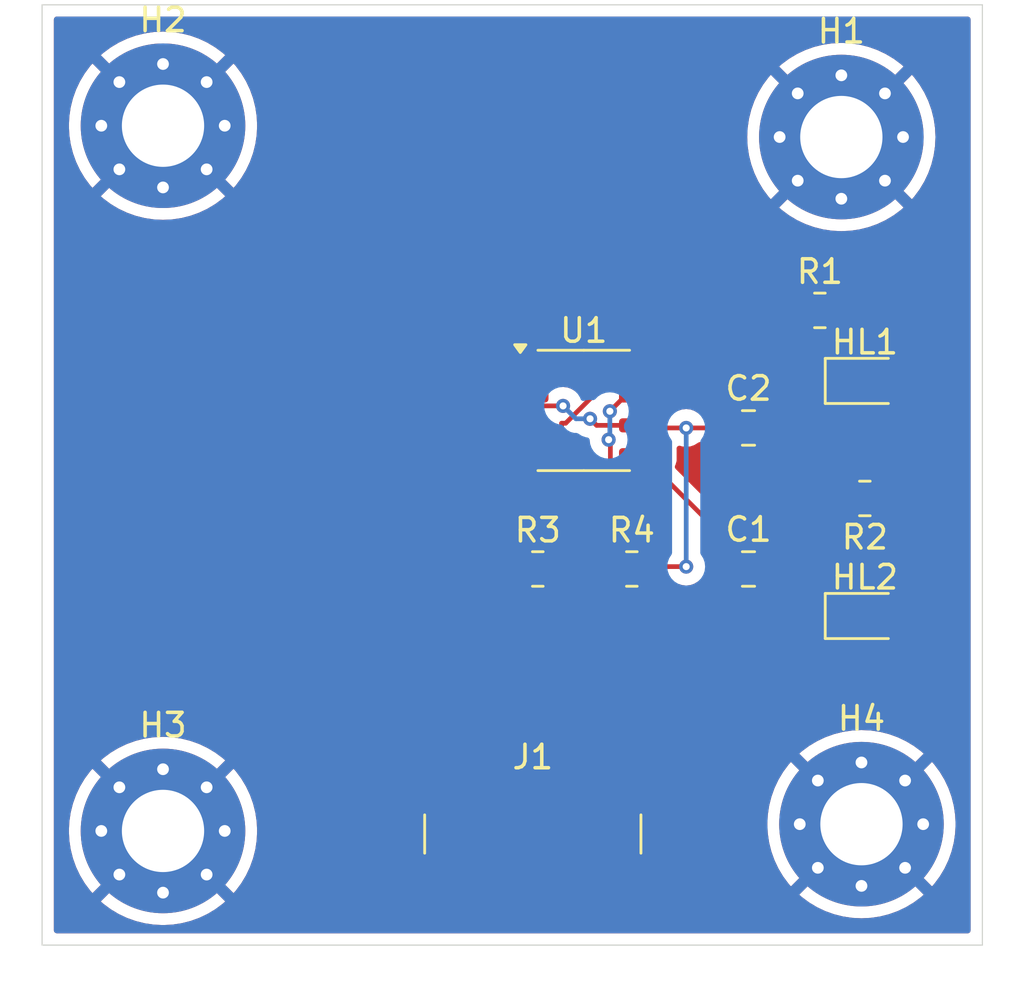
<source format=kicad_pcb>
(kicad_pcb (version 20240108) (generator "pcbnew") (generator_version "8.0")
  (layers (0 "F.Cu" signal) (31 "B.Cu" signal) (34 "B.Paste" user) (35 "F.Paste" user) (36 "B.SilkS" user "B.Silkscreen") (37 "F.SilkS" user "F.Silkscreen") (38 "B.Mask" user) (39 "F.Mask" user) (44 "Edge.Cuts" user))
  (net 0 "")
  (net 1 "Net-(U1-CV)")
  (net 2 "Net-(U1-THR)")
  (net 3 "Net-(HL1-K)")
  (net 4 "Net-(HL1-A)")
  (net 5 "Net-(HL2-K)")
  (net 6 "Net-(U1-DIS)")
  (net 7 "GND")
  (net 8 "+5V")
  (footprint "Resistor_SMD:R_0805_2012Metric" (layer "F.Cu") (at 158.0875 94)
    (property "Reference" "R3" (at 0 -1.65 0) (layer "F.SilkS"))
    (property "Value" "68k")
    (fp_line (start -0.227064 -0.735) (end 0.227064 -0.735) (stroke (width 0.12)) (layer "F.SilkS"))
    (fp_line (start -0.227064 0.735) (end 0.227064 0.735) (stroke (width 0.12)) (layer "F.SilkS"))
    (pad "1" smd roundrect (at -0.9125 0) (size 1.025 1.4) (layers "F.Cu" "F.Paste" "F.Mask") (roundrect_rratio 0.243902) (net 8 "+5V"))
    (pad "2" smd roundrect (at 0.9125 0) (size 1.025 1.4) (layers "F.Cu" "F.Paste" "F.Mask") (roundrect_rratio 0.243902) (net 6 "Net-(U1-DIS)"))
  )
  (footprint "LED_SMD:LED_0805_2012Metric" (layer "F.Cu") (at 172 96)
    (property "Reference" "HL2" (at 0 -1.65 0) (layer "F.SilkS"))
    (property "Value" "LED")
    (fp_line (start -1.685 -0.96) (end -1.685 0.96) (stroke (width 0.12)) (layer "F.SilkS"))
    (fp_line (start -1.685 0.96) (end 1 0.96) (stroke (width 0.12)) (layer "F.SilkS"))
    (fp_line (start 1 -0.96) (end -1.685 -0.96) (stroke (width 0.12)) (layer "F.SilkS"))
    (pad "1" smd roundrect (at -0.9375 0) (size 0.975 1.4) (layers "F.Cu" "F.Paste" "F.Mask") (net 5 "Net-(HL2-K)"))
    (pad "2" smd roundrect (at 0.9375 0) (size 0.975 1.4) (layers "F.Cu" "F.Paste" "F.Mask") (net 7 "GND"))
  )
  (footprint "Resistor_SMD:R_0805_2012Metric" (layer "F.Cu") (at 170.0875 83)
    (property "Reference" "R1" (at 0 -1.65 0) (layer "F.SilkS"))
    (property "Value" "300")
    (fp_line (start -0.227064 -0.735) (end 0.227064 -0.735) (stroke (width 0.12)) (layer "F.SilkS"))
    (fp_line (start -0.227064 0.735) (end 0.227064 0.735) (stroke (width 0.12)) (layer "F.SilkS"))
    (pad "1" smd roundrect (at -0.9125 0) (size 1.025 1.4) (layers "F.Cu" "F.Paste" "F.Mask") (roundrect_rratio 0.243902) (net 8 "+5V"))
    (pad "2" smd roundrect (at 0.9125 0) (size 1.025 1.4) (layers "F.Cu" "F.Paste" "F.Mask") (roundrect_rratio 0.243902) (net 3 "Net-(HL1-K)"))
  )
  (footprint "MountingHole:MountingHole_3.5mm_Pad_Via" (layer "F.Cu") (at 171 75.625)
    (property "Reference" "H1" (at 0 -4.5 0) (layer "F.SilkS"))
    (property "Value" "MountingHole_Pad")
    (pad "1" thru_hole circle (at -2.625 0) (size 0.8 0.8) (drill 0.5) (layers "*.Cu" "*.Mask") (net 7 "GND"))
    (pad "1" thru_hole circle (at -1.856155 -1.856155) (size 0.8 0.8) (drill 0.5) (layers "*.Cu" "*.Mask") (net 7 "GND"))
    (pad "1" thru_hole circle (at -1.856155 1.856155) (size 0.8 0.8) (drill 0.5) (layers "*.Cu" "*.Mask") (net 7 "GND"))
    (pad "1" thru_hole circle (at 0 -2.625) (size 0.8 0.8) (drill 0.5) (layers "*.Cu" "*.Mask") (net 7 "GND"))
    (pad "1" thru_hole circle (at 0 0) (size 7 7) (drill 3.5) (layers "*.Cu" "*.Mask") (net 7 "GND"))
    (pad "1" thru_hole circle (at 0 2.625) (size 0.8 0.8) (drill 0.5) (layers "*.Cu" "*.Mask") (net 7 "GND"))
    (pad "1" thru_hole circle (at 1.856155 -1.856155) (size 0.8 0.8) (drill 0.5) (layers "*.Cu" "*.Mask") (net 7 "GND"))
    (pad "1" thru_hole circle (at 1.856155 1.856155) (size 0.8 0.8) (drill 0.5) (layers "*.Cu" "*.Mask") (net 7 "GND"))
    (pad "1" thru_hole circle (at 2.625 0) (size 0.8 0.8) (drill 0.5) (layers "*.Cu" "*.Mask") (net 7 "GND"))
  )
  (footprint "Capacitor_SMD:C_0805_2012Metric" (layer "F.Cu") (at 167.05 94)
    (property "Reference" "C1" (at 0 -1.68 0) (layer "F.SilkS"))
    (property "Value" "10n")
    (fp_line (start -0.261252 -0.735) (end 0.261252 -0.735) (stroke (width 0.12)) (layer "F.SilkS"))
    (fp_line (start -0.261252 0.735) (end 0.261252 0.735) (stroke (width 0.12)) (layer "F.SilkS"))
    (pad "1" smd roundrect (at -0.95 0) (size 1 1.45) (layers "F.Cu" "F.Paste" "F.Mask") (net 1 "Net-(U1-CV)"))
    (pad "2" smd roundrect (at 0.95 0) (size 1 1.45) (layers "F.Cu" "F.Paste" "F.Mask") (net 7 "GND"))
  )
  (footprint "MountingHole:MountingHole_3.5mm_Pad_Via" (layer "F.Cu") (at 142.143845 105.143845)
    (property "Reference" "H3" (at 0 -4.5 0) (layer "F.SilkS"))
    (property "Value" "MountingHole_Pad")
    (pad "1" thru_hole circle (at -2.625 0) (size 0.8 0.8) (drill 0.5) (layers "*.Cu" "*.Mask") (net 7 "GND"))
    (pad "1" thru_hole circle (at -1.856155 -1.856155) (size 0.8 0.8) (drill 0.5) (layers "*.Cu" "*.Mask") (net 7 "GND"))
    (pad "1" thru_hole circle (at -1.856155 1.856155) (size 0.8 0.8) (drill 0.5) (layers "*.Cu" "*.Mask") (net 7 "GND"))
    (pad "1" thru_hole circle (at 0 -2.625) (size 0.8 0.8) (drill 0.5) (layers "*.Cu" "*.Mask") (net 7 "GND"))
    (pad "1" thru_hole circle (at 0 0) (size 7 7) (drill 3.5) (layers "*.Cu" "*.Mask") (net 7 "GND"))
    (pad "1" thru_hole circle (at 0 2.625) (size 0.8 0.8) (drill 0.5) (layers "*.Cu" "*.Mask") (net 7 "GND"))
    (pad "1" thru_hole circle (at 1.856155 -1.856155) (size 0.8 0.8) (drill 0.5) (layers "*.Cu" "*.Mask") (net 7 "GND"))
    (pad "1" thru_hole circle (at 1.856155 1.856155) (size 0.8 0.8) (drill 0.5) (layers "*.Cu" "*.Mask") (net 7 "GND"))
    (pad "1" thru_hole circle (at 2.625 0) (size 0.8 0.8) (drill 0.5) (layers "*.Cu" "*.Mask") (net 7 "GND"))
  )
  (footprint "Package_SO:SOIC-8_3.9x4.9mm_P1.27mm" (layer "F.Cu") (at 160.0425 87.255)
    (property "Reference" "U1" (at 0 -3.4 0) (layer "F.SilkS"))
    (property "Value" "LM555xM")
    (fp_line (start 0 -2.56) (end -1.95 -2.56) (stroke (width 0.12)) (layer "F.SilkS"))
    (fp_line (start 0 -2.56) (end 1.95 -2.56) (stroke (width 0.12)) (layer "F.SilkS"))
    (fp_line (start 0 2.56) (end -1.95 2.56) (stroke (width 0.12)) (layer "F.SilkS"))
    (fp_line (start 0 2.56) (end 1.95 2.56) (stroke (width 0.12)) (layer "F.SilkS"))
    (fp_poly (pts (xy -2.7 -2.465) (xy -2.94 -2.795) (xy -2.46 -2.795) (xy -2.7 -2.465)) (stroke (width 0.12)) (fill solid) (layer "F.SilkS"))
    (pad "1" smd roundrect (at -2.475 -1.905) (size 1.95 0.6) (layers "F.Cu" "F.Paste" "F.Mask") (net 7 "GND"))
    (pad "2" smd roundrect (at -2.475 -0.635) (size 1.95 0.6) (layers "F.Cu" "F.Paste" "F.Mask") (net 2 "Net-(U1-THR)"))
    (pad "3" smd roundrect (at -2.475 0.635) (size 1.95 0.6) (layers "F.Cu" "F.Paste" "F.Mask") (net 4 "Net-(HL1-A)"))
    (pad "4" smd roundrect (at -2.475 1.905) (size 1.95 0.6) (layers "F.Cu" "F.Paste" "F.Mask") (net 8 "+5V"))
    (pad "5" smd roundrect (at 2.475 1.905) (size 1.95 0.6) (layers "F.Cu" "F.Paste" "F.Mask") (net 1 "Net-(U1-CV)"))
    (pad "6" smd roundrect (at 2.475 0.635) (size 1.95 0.6) (layers "F.Cu" "F.Paste" "F.Mask") (net 2 "Net-(U1-THR)"))
    (pad "7" smd roundrect (at 2.475 -0.635) (size 1.95 0.6) (layers "F.Cu" "F.Paste" "F.Mask") (net 6 "Net-(U1-DIS)"))
    (pad "8" smd roundrect (at 2.475 -1.905) (size 1.95 0.6) (layers "F.Cu" "F.Paste" "F.Mask") (net 8 "+5V"))
  )
  (footprint "MountingHole:MountingHole_3.5mm_Pad_Via" (layer "F.Cu") (at 171.856155 104.856155)
    (property "Reference" "H4" (at 0 -4.5 0) (layer "F.SilkS"))
    (property "Value" "MountingHole_Pad")
    (pad "1" thru_hole circle (at -2.625 0) (size 0.8 0.8) (drill 0.5) (layers "*.Cu" "*.Mask") (net 7 "GND"))
    (pad "1" thru_hole circle (at -1.856155 -1.856155) (size 0.8 0.8) (drill 0.5) (layers "*.Cu" "*.Mask") (net 7 "GND"))
    (pad "1" thru_hole circle (at -1.856155 1.856155) (size 0.8 0.8) (drill 0.5) (layers "*.Cu" "*.Mask") (net 7 "GND"))
    (pad "1" thru_hole circle (at 0 -2.625) (size 0.8 0.8) (drill 0.5) (layers "*.Cu" "*.Mask") (net 7 "GND"))
    (pad "1" thru_hole circle (at 0 0) (size 7 7) (drill 3.5) (layers "*.Cu" "*.Mask") (net 7 "GND"))
    (pad "1" thru_hole circle (at 0 2.625) (size 0.8 0.8) (drill 0.5) (layers "*.Cu" "*.Mask") (net 7 "GND"))
    (pad "1" thru_hole circle (at 1.856155 -1.856155) (size 0.8 0.8) (drill 0.5) (layers "*.Cu" "*.Mask") (net 7 "GND"))
    (pad "1" thru_hole circle (at 1.856155 1.856155) (size 0.8 0.8) (drill 0.5) (layers "*.Cu" "*.Mask") (net 7 "GND"))
    (pad "1" thru_hole circle (at 2.625 0) (size 0.8 0.8) (drill 0.5) (layers "*.Cu" "*.Mask") (net 7 "GND"))
  )
  (footprint "Capacitor_SMD:C_0805_2012Metric" (layer "F.Cu") (at 167.05 88)
    (property "Reference" "C2" (at 0 -1.68 0) (layer "F.SilkS"))
    (property "Value" "1u")
    (fp_line (start -0.261252 -0.735) (end 0.261252 -0.735) (stroke (width 0.12)) (layer "F.SilkS"))
    (fp_line (start -0.261252 0.735) (end 0.261252 0.735) (stroke (width 0.12)) (layer "F.SilkS"))
    (pad "1" smd roundrect (at -0.95 0) (size 1 1.45) (layers "F.Cu" "F.Paste" "F.Mask") (net 2 "Net-(U1-THR)"))
    (pad "2" smd roundrect (at 0.95 0) (size 1 1.45) (layers "F.Cu" "F.Paste" "F.Mask") (net 7 "GND"))
  )
  (footprint "Connector_USB:USB_C_Receptacle_GCT_USB4135-GF-A_6P_TopMnt_Horizontal" (layer "F.Cu") (at 157.875 106.5)
    (property "Reference" "J1" (at 0 -4.5 0) (layer "F.SilkS"))
    (property "Value" "USB_C_Receptacle_PowerOnly_6P")
    (fp_line (start -4.6 -2.04) (end -4.6 -0.41) (stroke (width 0.12)) (layer "F.SilkS"))
    (fp_line (start 4.6 -2.04) (end 4.6 -0.41) (stroke (width 0.12)) (layer "F.SilkS"))
    (pad "A5" smd roundrect (at -0.5 -3.0325) (size 0.7 1.2) (layers "F.Cu" "F.Paste" "F.Mask"))
    (pad "A9" smd roundrect (at 1.52 -3.0325 180) (size 0.76 1.2) (layers "F.Cu" "F.Paste" "F.Mask") (net 8 "+5V"))
    (pad "A12" smd roundrect (at 2.75 -3.0325 180) (size 0.8 1.2) (layers "F.Cu" "F.Paste" "F.Mask") (net 7 "GND"))
    (pad "B5" smd roundrect (at 0.5 -3.0325 180) (size 0.7 1.2) (layers "F.Cu" "F.Paste" "F.Mask"))
    (pad "B9" smd roundrect (at -1.52 -3.0325) (size 0.76 1.2) (layers "F.Cu" "F.Paste" "F.Mask") (net 8 "+5V"))
    (pad "B12" smd roundrect (at -2.75 -3.0325) (size 0.8 1.2) (layers "F.Cu" "F.Paste" "F.Mask") (net 7 "GND"))
    (pad "S1" smd roundrect (at -5.125 -2.9775) (size 1.8 1.35) (layers "F.Cu" "F.Paste" "F.Mask") (roundrect_rratio 0.1851851852) (net 7 "GND"))
    (pad "S1" smd roundrect (at -5.125 0.6025) (size 1.8 1.5) (layers "F.Cu" "F.Paste" "F.Mask") (roundrect_rratio 0.1666666667) (net 7 "GND"))
    (pad "S1" smd roundrect (at 5.125 -2.9775) (size 1.8 1.35) (layers "F.Cu" "F.Paste" "F.Mask") (roundrect_rratio 0.1851851852) (net 7 "GND"))
    (pad "S1" smd roundrect (at 5.125 0.6025) (size 1.8 1.5) (layers "F.Cu" "F.Paste" "F.Mask") (roundrect_rratio 0.1666666667) (net 7 "GND"))
  )
  (footprint "Resistor_SMD:R_0805_2012Metric" (layer "F.Cu") (at 162.0875 94)
    (property "Reference" "R4" (at 0 -1.65 0) (layer "F.SilkS"))
    (property "Value" "39k")
    (fp_line (start -0.227064 -0.735) (end 0.227064 -0.735) (stroke (width 0.12)) (layer "F.SilkS"))
    (fp_line (start -0.227064 0.735) (end 0.227064 0.735) (stroke (width 0.12)) (layer "F.SilkS"))
    (pad "1" smd roundrect (at -0.9125 0) (size 1.025 1.4) (layers "F.Cu" "F.Paste" "F.Mask") (roundrect_rratio 0.243902) (net 6 "Net-(U1-DIS)"))
    (pad "2" smd roundrect (at 0.9125 0) (size 1.025 1.4) (layers "F.Cu" "F.Paste" "F.Mask") (roundrect_rratio 0.243902) (net 2 "Net-(U1-THR)"))
  )
  (footprint "Resistor_SMD:R_0805_2012Metric" (layer "F.Cu") (at 172 91 180)
    (property "Reference" "R2" (at 0 -1.65 0) (layer "F.SilkS"))
    (property "Value" "300")
    (fp_line (start -0.227064 0.735) (end 0.227064 0.735) (stroke (width 0.12)) (layer "F.SilkS"))
    (fp_line (start -0.227064 -0.735) (end 0.227064 -0.735) (stroke (width 0.12)) (layer "F.SilkS"))
    (pad "1" smd roundrect (at -0.9125 0 180) (size 1.025 1.4) (layers "F.Cu" "F.Paste" "F.Mask") (roundrect_rratio 0.243902) (net 4 "Net-(HL1-A)"))
    (pad "2" smd roundrect (at 0.9125 0 180) (size 1.025 1.4) (layers "F.Cu" "F.Paste" "F.Mask") (roundrect_rratio 0.243902) (net 5 "Net-(HL2-K)"))
  )
  (footprint "MountingHole:MountingHole_3.5mm_Pad_Via" (layer "F.Cu") (at 142.143845 75.143845)
    (property "Reference" "H2" (at 0 -4.5 0) (layer "F.SilkS"))
    (property "Value" "MountingHole_Pad")
    (pad "1" thru_hole circle (at -2.625 0) (size 0.8 0.8) (drill 0.5) (layers "*.Cu" "*.Mask") (net 7 "GND"))
    (pad "1" thru_hole circle (at -1.856155 -1.856155) (size 0.8 0.8) (drill 0.5) (layers "*.Cu" "*.Mask") (net 7 "GND"))
    (pad "1" thru_hole circle (at -1.856155 1.856155) (size 0.8 0.8) (drill 0.5) (layers "*.Cu" "*.Mask") (net 7 "GND"))
    (pad "1" thru_hole circle (at 0 -2.625) (size 0.8 0.8) (drill 0.5) (layers "*.Cu" "*.Mask") (net 7 "GND"))
    (pad "1" thru_hole circle (at 0 0) (size 7 7) (drill 3.5) (layers "*.Cu" "*.Mask") (net 7 "GND"))
    (pad "1" thru_hole circle (at 0 2.625) (size 0.8 0.8) (drill 0.5) (layers "*.Cu" "*.Mask") (net 7 "GND"))
    (pad "1" thru_hole circle (at 1.856155 -1.856155) (size 0.8 0.8) (drill 0.5) (layers "*.Cu" "*.Mask") (net 7 "GND"))
    (pad "1" thru_hole circle (at 1.856155 1.856155) (size 0.8 0.8) (drill 0.5) (layers "*.Cu" "*.Mask") (net 7 "GND"))
    (pad "1" thru_hole circle (at 2.625 0) (size 0.8 0.8) (drill 0.5) (layers "*.Cu" "*.Mask") (net 7 "GND"))
  )
  (footprint "LED_SMD:LED_0805_2012Metric" (layer "F.Cu") (at 172 86)
    (property "Reference" "HL1" (at 0 -1.65 0) (layer "F.SilkS"))
    (property "Value" "LED")
    (fp_line (start -1.685 -0.96) (end -1.685 0.96) (stroke (width 0.12)) (layer "F.SilkS"))
    (fp_line (start -1.685 0.96) (end 1 0.96) (stroke (width 0.12)) (layer "F.SilkS"))
    (fp_line (start 1 -0.96) (end -1.685 -0.96) (stroke (width 0.12)) (layer "F.SilkS"))
    (pad "1" smd roundrect (at -0.9375 0) (size 0.975 1.4) (layers "F.Cu" "F.Paste" "F.Mask") (net 3 "Net-(HL1-K)"))
    (pad "2" smd roundrect (at 0.9375 0) (size 0.975 1.4) (layers "F.Cu" "F.Paste" "F.Mask") (net 4 "Net-(HL1-A)"))
  )
  (gr_line (start 137 70) (end 137 110) (stroke (width 0.05)) (layer "Edge.Cuts"))
  (gr_line (start 177 110) (end 177 70) (stroke (width 0.05)) (layer "Edge.Cuts"))
  (gr_line (start 177 70) (end 137 70) (stroke (width 0.05)) (layer "Edge.Cuts"))
  (gr_line (start 137 110) (end 177 110) (stroke (width 0.05)) (layer "Edge.Cuts"))
  (segment (start 166.1 92.7425) (end 162.5175 89.16) (width 0.2) (layer "F.Cu") (net 1))
  (segment (start 166.1 94) (end 166.1 92.7425) (width 0.2) (layer "F.Cu") (net 1))
  (segment (start 160.59 87.89) (end 160.310791 87.610791) (width 0.2) (layer "F.Cu") (net 2))
  (segment (start 159.162261 87.062261) (end 158.009761 87.062261) (width 0.2) (layer "F.Cu") (net 2))
  (segment (start 162.5175 87.89) (end 160.59 87.89) (width 0.2) (layer "F.Cu") (net 2))
  (segment (start 164.4 93.9) (end 163.1 93.9) (width 0.2) (layer "F.Cu") (net 2))
  (segment (start 158.009761 87.062261) (end 157.5675 86.62) (width 0.2) (layer "F.Cu") (net 2))
  (segment (start 162.6275 88) (end 162.5175 87.89) (width 0.2) (layer "F.Cu") (net 2))
  (segment (start 166.1 88) (end 162.6275 88) (width 0.2) (layer "F.Cu") (net 2))
  (segment (start 163.1 93.9) (end 163 94) (width 0.2) (layer "F.Cu") (net 2))
  (via (at 160.310791 87.610791) (size 0.6) (drill 0.3) (layers "F.Cu" "B.Cu") (net 2))
  (via (at 164.4 93.9) (size 0.6) (drill 0.3) (layers "F.Cu" "B.Cu") (net 2))
  (via (at 159.162261 87.062261) (size 0.6) (drill 0.3) (layers "F.Cu" "B.Cu") (net 2))
  (via (at 164.4 88) (size 0.6) (drill 0.3) (layers "F.Cu" "B.Cu") (net 2))
  (segment (start 159.710791 87.610791) (end 159.162261 87.062261) (width 0.2) (layer "B.Cu") (net 2))
  (segment (start 164.4 88) (end 164.4 93.9) (width 0.2) (layer "B.Cu") (net 2))
  (segment (start 160.310791 87.610791) (end 159.710791 87.610791) (width 0.2) (layer "B.Cu") (net 2))
  (segment (start 171.0625 83.0625) (end 171 83) (width 0.2) (layer "F.Cu") (net 3))
  (segment (start 171.0625 86) (end 171.0625 83.0625) (width 0.2) (layer "F.Cu") (net 3))
  (segment (start 156.2925 87.589999) (end 156.2925 84.8075) (width 0.2) (layer "F.Cu") (net 4))
  (segment (start 172.9125 91) (end 172.9125 86.025) (width 0.2) (layer "F.Cu") (net 4))
  (segment (start 159.1 82) (end 171.6 82) (width 0.2) (layer "F.Cu") (net 4))
  (segment (start 171.6 82) (end 172.9375 83.3375) (width 0.2) (layer "F.Cu") (net 4))
  (segment (start 156.592501 87.89) (end 156.2925 87.589999) (width 0.2) (layer "F.Cu") (net 4))
  (segment (start 156.2925 84.8075) (end 159.1 82) (width 0.2) (layer "F.Cu") (net 4))
  (segment (start 157.5675 87.89) (end 156.592501 87.89) (width 0.2) (layer "F.Cu") (net 4))
  (segment (start 172.9375 83.3375) (end 172.9375 86) (width 0.2) (layer "F.Cu") (net 4))
  (segment (start 172.9125 86.025) (end 172.9375 86) (width 0.2) (layer "F.Cu") (net 4))
  (segment (start 171.0625 91.025) (end 171.0875 91) (width 0.2) (layer "F.Cu") (net 5))
  (segment (start 171.0625 96) (end 171.0625 91.025) (width 0.2) (layer "F.Cu") (net 5))
  (segment (start 161.175 88.575) (end 161.1 88.5) (width 0.2) (layer "F.Cu") (net 6))
  (segment (start 162.5175 86.62) (end 161.822742 86.62) (width 0.2) (layer "F.Cu") (net 6))
  (segment (start 159 94) (end 161.175 94) (width 0.2) (layer "F.Cu") (net 6))
  (segment (start 161.822742 86.62) (end 161.152742 87.29) (width 0.2) (layer "F.Cu") (net 6))
  (segment (start 161.175 94) (end 161.175 88.575) (width 0.2) (layer "F.Cu") (net 6))
  (via (at 161.152742 87.29) (size 0.6) (drill 0.3) (layers "F.Cu" "B.Cu") (net 6))
  (via (at 161.1 88.5) (size 0.6) (drill 0.3) (layers "F.Cu" "B.Cu") (net 6))
  (segment (start 161.152742 88.447258) (end 161.1 88.5) (width 0.2) (layer "B.Cu") (net 6))
  (segment (start 161.152742 87.29) (end 161.152742 88.447258) (width 0.2) (layer "B.Cu") (net 6))
  (segment (start 159.1 89.2) (end 159.1 87.8) (width 0.2) (layer "F.Cu") (net 8))
  (segment (start 159.1 87.8) (end 159.273053 87.8) (width 0.2) (layer "F.Cu") (net 8))
  (segment (start 159.1325 104.3675) (end 159.395 104.105) (width 0.2) (layer "F.Cu") (net 8))
  (segment (start 156.655 104.3675) (end 159.1325 104.3675) (width 0.2) (layer "F.Cu") (net 8))
  (segment (start 159.06 89.16) (end 159.1 89.2) (width 0.2) (layer "F.Cu") (net 8))
  (segment (start 160.85 85.35) (end 162.5175 85.35) (width 0.2) (layer "F.Cu") (net 8))
  (segment (start 169.175 83) (end 164.8675 83) (width 0.2) (layer "F.Cu") (net 8))
  (segment (start 156.355 104.0675) (end 156.655 104.3675) (width 0.2) (layer "F.Cu") (net 8))
  (segment (start 164.8675 83) (end 162.5175 85.35) (width 0.2) (layer "F.Cu") (net 8))
  (segment (start 156.355 103.4675) (end 156.355 104.0675) (width 0.2) (layer "F.Cu") (net 8))
  (segment (start 157.5675 89.16) (end 159.06 89.16) (width 0.2) (layer "F.Cu") (net 8))
  (segment (start 157.175 94) (end 156.355 94.82) (width 0.2) (layer "F.Cu") (net 8))
  (segment (start 160.6 86.473053) (end 160.6 85.6) (width 0.2) (layer "F.Cu") (net 8))
  (segment (start 156.355 94.82) (end 156.355 103.4675) (width 0.2) (layer "F.Cu") (net 8))
  (segment (start 160.6 85.6) (end 160.85 85.35) (width 0.2) (layer "F.Cu") (net 8))
  (segment (start 159.395 104.105) (end 159.395 103.4675) (width 0.2) (layer "F.Cu") (net 8))
  (segment (start 157.175 89.5525) (end 157.175 94) (width 0.2) (layer "F.Cu") (net 8))
  (segment (start 158.36 89.16) (end 158.4 89.2) (width 0.2) (layer "F.Cu") (net 8))
  (segment (start 157.5675 89.16) (end 158.36 89.16) (width 0.2) (layer "F.Cu") (net 8))
  (segment (start 159.273053 87.8) (end 160.6 86.473053) (width 0.2) (layer "F.Cu") (net 8))
  (segment (start 157.5675 89.16) (end 157.175 89.5525) (width 0.2) (layer "F.Cu") (net 8))
  (zone (net 7) (net_name "GND") (layers "F&B.Cu") (connect_pads (clearance 0.5)) (min_thickness 0.25) (fill yes (thermal_gap 0.5) (thermal_bridge_width 0.5))
    (polygon (pts (xy 137 70) (xy 137 110) (xy 177 110) (xy 177 70)))
  )
)
</source>
